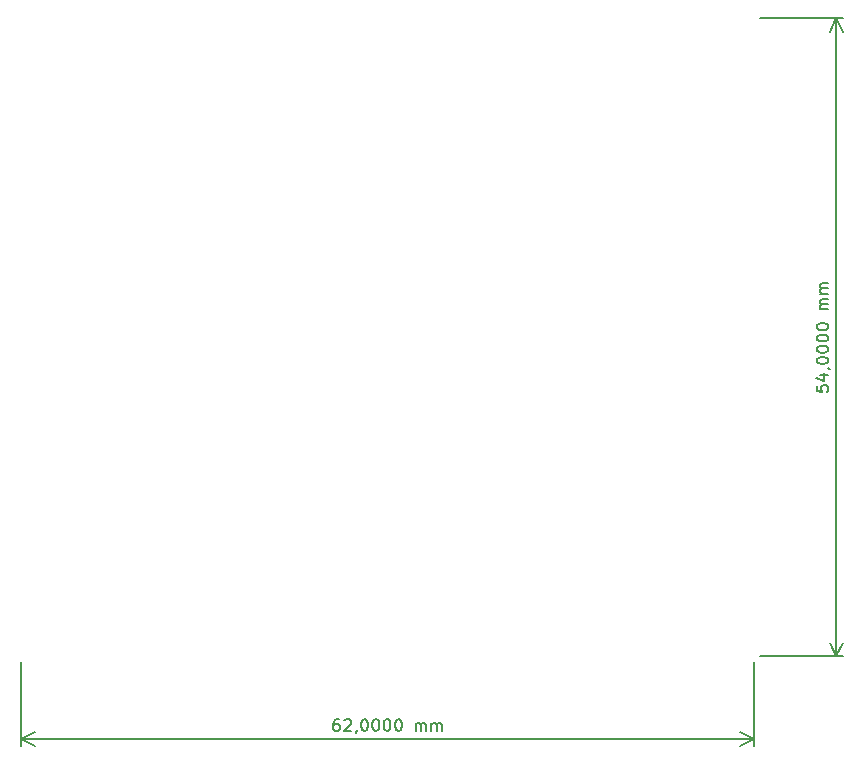
<source format=gbr>
%TF.GenerationSoftware,KiCad,Pcbnew,7.0.2*%
%TF.CreationDate,2023-08-19T23:37:56-03:00*%
%TF.ProjectId,Placa v1.1,506c6163-6120-4763-912e-312e6b696361,rev?*%
%TF.SameCoordinates,Original*%
%TF.FileFunction,OtherDrawing,Comment*%
%FSLAX46Y46*%
G04 Gerber Fmt 4.6, Leading zero omitted, Abs format (unit mm)*
G04 Created by KiCad (PCBNEW 7.0.2) date 2023-08-19 23:37:56*
%MOMM*%
%LPD*%
G01*
G04 APERTURE LIST*
%ADD10C,0.150000*%
G04 APERTURE END LIST*
D10*
X197312619Y-70095237D02*
X197312619Y-70571427D01*
X197312619Y-70571427D02*
X197788809Y-70619046D01*
X197788809Y-70619046D02*
X197741190Y-70571427D01*
X197741190Y-70571427D02*
X197693571Y-70476189D01*
X197693571Y-70476189D02*
X197693571Y-70238094D01*
X197693571Y-70238094D02*
X197741190Y-70142856D01*
X197741190Y-70142856D02*
X197788809Y-70095237D01*
X197788809Y-70095237D02*
X197884047Y-70047618D01*
X197884047Y-70047618D02*
X198122142Y-70047618D01*
X198122142Y-70047618D02*
X198217380Y-70095237D01*
X198217380Y-70095237D02*
X198265000Y-70142856D01*
X198265000Y-70142856D02*
X198312619Y-70238094D01*
X198312619Y-70238094D02*
X198312619Y-70476189D01*
X198312619Y-70476189D02*
X198265000Y-70571427D01*
X198265000Y-70571427D02*
X198217380Y-70619046D01*
X197645952Y-69190475D02*
X198312619Y-69190475D01*
X197265000Y-69428570D02*
X197979285Y-69666665D01*
X197979285Y-69666665D02*
X197979285Y-69047618D01*
X198265000Y-68619046D02*
X198312619Y-68619046D01*
X198312619Y-68619046D02*
X198407857Y-68666665D01*
X198407857Y-68666665D02*
X198455476Y-68714284D01*
X197312619Y-67999999D02*
X197312619Y-67904761D01*
X197312619Y-67904761D02*
X197360238Y-67809523D01*
X197360238Y-67809523D02*
X197407857Y-67761904D01*
X197407857Y-67761904D02*
X197503095Y-67714285D01*
X197503095Y-67714285D02*
X197693571Y-67666666D01*
X197693571Y-67666666D02*
X197931666Y-67666666D01*
X197931666Y-67666666D02*
X198122142Y-67714285D01*
X198122142Y-67714285D02*
X198217380Y-67761904D01*
X198217380Y-67761904D02*
X198265000Y-67809523D01*
X198265000Y-67809523D02*
X198312619Y-67904761D01*
X198312619Y-67904761D02*
X198312619Y-67999999D01*
X198312619Y-67999999D02*
X198265000Y-68095237D01*
X198265000Y-68095237D02*
X198217380Y-68142856D01*
X198217380Y-68142856D02*
X198122142Y-68190475D01*
X198122142Y-68190475D02*
X197931666Y-68238094D01*
X197931666Y-68238094D02*
X197693571Y-68238094D01*
X197693571Y-68238094D02*
X197503095Y-68190475D01*
X197503095Y-68190475D02*
X197407857Y-68142856D01*
X197407857Y-68142856D02*
X197360238Y-68095237D01*
X197360238Y-68095237D02*
X197312619Y-67999999D01*
X197312619Y-67047618D02*
X197312619Y-66952380D01*
X197312619Y-66952380D02*
X197360238Y-66857142D01*
X197360238Y-66857142D02*
X197407857Y-66809523D01*
X197407857Y-66809523D02*
X197503095Y-66761904D01*
X197503095Y-66761904D02*
X197693571Y-66714285D01*
X197693571Y-66714285D02*
X197931666Y-66714285D01*
X197931666Y-66714285D02*
X198122142Y-66761904D01*
X198122142Y-66761904D02*
X198217380Y-66809523D01*
X198217380Y-66809523D02*
X198265000Y-66857142D01*
X198265000Y-66857142D02*
X198312619Y-66952380D01*
X198312619Y-66952380D02*
X198312619Y-67047618D01*
X198312619Y-67047618D02*
X198265000Y-67142856D01*
X198265000Y-67142856D02*
X198217380Y-67190475D01*
X198217380Y-67190475D02*
X198122142Y-67238094D01*
X198122142Y-67238094D02*
X197931666Y-67285713D01*
X197931666Y-67285713D02*
X197693571Y-67285713D01*
X197693571Y-67285713D02*
X197503095Y-67238094D01*
X197503095Y-67238094D02*
X197407857Y-67190475D01*
X197407857Y-67190475D02*
X197360238Y-67142856D01*
X197360238Y-67142856D02*
X197312619Y-67047618D01*
X197312619Y-66095237D02*
X197312619Y-65999999D01*
X197312619Y-65999999D02*
X197360238Y-65904761D01*
X197360238Y-65904761D02*
X197407857Y-65857142D01*
X197407857Y-65857142D02*
X197503095Y-65809523D01*
X197503095Y-65809523D02*
X197693571Y-65761904D01*
X197693571Y-65761904D02*
X197931666Y-65761904D01*
X197931666Y-65761904D02*
X198122142Y-65809523D01*
X198122142Y-65809523D02*
X198217380Y-65857142D01*
X198217380Y-65857142D02*
X198265000Y-65904761D01*
X198265000Y-65904761D02*
X198312619Y-65999999D01*
X198312619Y-65999999D02*
X198312619Y-66095237D01*
X198312619Y-66095237D02*
X198265000Y-66190475D01*
X198265000Y-66190475D02*
X198217380Y-66238094D01*
X198217380Y-66238094D02*
X198122142Y-66285713D01*
X198122142Y-66285713D02*
X197931666Y-66333332D01*
X197931666Y-66333332D02*
X197693571Y-66333332D01*
X197693571Y-66333332D02*
X197503095Y-66285713D01*
X197503095Y-66285713D02*
X197407857Y-66238094D01*
X197407857Y-66238094D02*
X197360238Y-66190475D01*
X197360238Y-66190475D02*
X197312619Y-66095237D01*
X197312619Y-65142856D02*
X197312619Y-65047618D01*
X197312619Y-65047618D02*
X197360238Y-64952380D01*
X197360238Y-64952380D02*
X197407857Y-64904761D01*
X197407857Y-64904761D02*
X197503095Y-64857142D01*
X197503095Y-64857142D02*
X197693571Y-64809523D01*
X197693571Y-64809523D02*
X197931666Y-64809523D01*
X197931666Y-64809523D02*
X198122142Y-64857142D01*
X198122142Y-64857142D02*
X198217380Y-64904761D01*
X198217380Y-64904761D02*
X198265000Y-64952380D01*
X198265000Y-64952380D02*
X198312619Y-65047618D01*
X198312619Y-65047618D02*
X198312619Y-65142856D01*
X198312619Y-65142856D02*
X198265000Y-65238094D01*
X198265000Y-65238094D02*
X198217380Y-65285713D01*
X198217380Y-65285713D02*
X198122142Y-65333332D01*
X198122142Y-65333332D02*
X197931666Y-65380951D01*
X197931666Y-65380951D02*
X197693571Y-65380951D01*
X197693571Y-65380951D02*
X197503095Y-65333332D01*
X197503095Y-65333332D02*
X197407857Y-65285713D01*
X197407857Y-65285713D02*
X197360238Y-65238094D01*
X197360238Y-65238094D02*
X197312619Y-65142856D01*
X198312619Y-63619046D02*
X197645952Y-63619046D01*
X197741190Y-63619046D02*
X197693571Y-63571427D01*
X197693571Y-63571427D02*
X197645952Y-63476189D01*
X197645952Y-63476189D02*
X197645952Y-63333332D01*
X197645952Y-63333332D02*
X197693571Y-63238094D01*
X197693571Y-63238094D02*
X197788809Y-63190475D01*
X197788809Y-63190475D02*
X198312619Y-63190475D01*
X197788809Y-63190475D02*
X197693571Y-63142856D01*
X197693571Y-63142856D02*
X197645952Y-63047618D01*
X197645952Y-63047618D02*
X197645952Y-62904761D01*
X197645952Y-62904761D02*
X197693571Y-62809522D01*
X197693571Y-62809522D02*
X197788809Y-62761903D01*
X197788809Y-62761903D02*
X198312619Y-62761903D01*
X198312619Y-62285713D02*
X197645952Y-62285713D01*
X197741190Y-62285713D02*
X197693571Y-62238094D01*
X197693571Y-62238094D02*
X197645952Y-62142856D01*
X197645952Y-62142856D02*
X197645952Y-61999999D01*
X197645952Y-61999999D02*
X197693571Y-61904761D01*
X197693571Y-61904761D02*
X197788809Y-61857142D01*
X197788809Y-61857142D02*
X198312619Y-61857142D01*
X197788809Y-61857142D02*
X197693571Y-61809523D01*
X197693571Y-61809523D02*
X197645952Y-61714285D01*
X197645952Y-61714285D02*
X197645952Y-61571428D01*
X197645952Y-61571428D02*
X197693571Y-61476189D01*
X197693571Y-61476189D02*
X197788809Y-61428570D01*
X197788809Y-61428570D02*
X198312619Y-61428570D01*
X192500000Y-39000000D02*
X199586420Y-39000000D01*
X192500000Y-93000000D02*
X199586420Y-93000000D01*
X199000000Y-39000000D02*
X199000000Y-93000000D01*
X199000000Y-39000000D02*
X199000000Y-93000000D01*
X199000000Y-39000000D02*
X199586421Y-40126504D01*
X199000000Y-39000000D02*
X198413579Y-40126504D01*
X199000000Y-93000000D02*
X198413579Y-91873496D01*
X199000000Y-93000000D02*
X199586421Y-91873496D01*
X156857143Y-98312619D02*
X156666667Y-98312619D01*
X156666667Y-98312619D02*
X156571429Y-98360238D01*
X156571429Y-98360238D02*
X156523810Y-98407857D01*
X156523810Y-98407857D02*
X156428572Y-98550714D01*
X156428572Y-98550714D02*
X156380953Y-98741190D01*
X156380953Y-98741190D02*
X156380953Y-99122142D01*
X156380953Y-99122142D02*
X156428572Y-99217380D01*
X156428572Y-99217380D02*
X156476191Y-99265000D01*
X156476191Y-99265000D02*
X156571429Y-99312619D01*
X156571429Y-99312619D02*
X156761905Y-99312619D01*
X156761905Y-99312619D02*
X156857143Y-99265000D01*
X156857143Y-99265000D02*
X156904762Y-99217380D01*
X156904762Y-99217380D02*
X156952381Y-99122142D01*
X156952381Y-99122142D02*
X156952381Y-98884047D01*
X156952381Y-98884047D02*
X156904762Y-98788809D01*
X156904762Y-98788809D02*
X156857143Y-98741190D01*
X156857143Y-98741190D02*
X156761905Y-98693571D01*
X156761905Y-98693571D02*
X156571429Y-98693571D01*
X156571429Y-98693571D02*
X156476191Y-98741190D01*
X156476191Y-98741190D02*
X156428572Y-98788809D01*
X156428572Y-98788809D02*
X156380953Y-98884047D01*
X157333334Y-98407857D02*
X157380953Y-98360238D01*
X157380953Y-98360238D02*
X157476191Y-98312619D01*
X157476191Y-98312619D02*
X157714286Y-98312619D01*
X157714286Y-98312619D02*
X157809524Y-98360238D01*
X157809524Y-98360238D02*
X157857143Y-98407857D01*
X157857143Y-98407857D02*
X157904762Y-98503095D01*
X157904762Y-98503095D02*
X157904762Y-98598333D01*
X157904762Y-98598333D02*
X157857143Y-98741190D01*
X157857143Y-98741190D02*
X157285715Y-99312619D01*
X157285715Y-99312619D02*
X157904762Y-99312619D01*
X158380953Y-99265000D02*
X158380953Y-99312619D01*
X158380953Y-99312619D02*
X158333334Y-99407857D01*
X158333334Y-99407857D02*
X158285715Y-99455476D01*
X159000000Y-98312619D02*
X159095238Y-98312619D01*
X159095238Y-98312619D02*
X159190476Y-98360238D01*
X159190476Y-98360238D02*
X159238095Y-98407857D01*
X159238095Y-98407857D02*
X159285714Y-98503095D01*
X159285714Y-98503095D02*
X159333333Y-98693571D01*
X159333333Y-98693571D02*
X159333333Y-98931666D01*
X159333333Y-98931666D02*
X159285714Y-99122142D01*
X159285714Y-99122142D02*
X159238095Y-99217380D01*
X159238095Y-99217380D02*
X159190476Y-99265000D01*
X159190476Y-99265000D02*
X159095238Y-99312619D01*
X159095238Y-99312619D02*
X159000000Y-99312619D01*
X159000000Y-99312619D02*
X158904762Y-99265000D01*
X158904762Y-99265000D02*
X158857143Y-99217380D01*
X158857143Y-99217380D02*
X158809524Y-99122142D01*
X158809524Y-99122142D02*
X158761905Y-98931666D01*
X158761905Y-98931666D02*
X158761905Y-98693571D01*
X158761905Y-98693571D02*
X158809524Y-98503095D01*
X158809524Y-98503095D02*
X158857143Y-98407857D01*
X158857143Y-98407857D02*
X158904762Y-98360238D01*
X158904762Y-98360238D02*
X159000000Y-98312619D01*
X159952381Y-98312619D02*
X160047619Y-98312619D01*
X160047619Y-98312619D02*
X160142857Y-98360238D01*
X160142857Y-98360238D02*
X160190476Y-98407857D01*
X160190476Y-98407857D02*
X160238095Y-98503095D01*
X160238095Y-98503095D02*
X160285714Y-98693571D01*
X160285714Y-98693571D02*
X160285714Y-98931666D01*
X160285714Y-98931666D02*
X160238095Y-99122142D01*
X160238095Y-99122142D02*
X160190476Y-99217380D01*
X160190476Y-99217380D02*
X160142857Y-99265000D01*
X160142857Y-99265000D02*
X160047619Y-99312619D01*
X160047619Y-99312619D02*
X159952381Y-99312619D01*
X159952381Y-99312619D02*
X159857143Y-99265000D01*
X159857143Y-99265000D02*
X159809524Y-99217380D01*
X159809524Y-99217380D02*
X159761905Y-99122142D01*
X159761905Y-99122142D02*
X159714286Y-98931666D01*
X159714286Y-98931666D02*
X159714286Y-98693571D01*
X159714286Y-98693571D02*
X159761905Y-98503095D01*
X159761905Y-98503095D02*
X159809524Y-98407857D01*
X159809524Y-98407857D02*
X159857143Y-98360238D01*
X159857143Y-98360238D02*
X159952381Y-98312619D01*
X160904762Y-98312619D02*
X161000000Y-98312619D01*
X161000000Y-98312619D02*
X161095238Y-98360238D01*
X161095238Y-98360238D02*
X161142857Y-98407857D01*
X161142857Y-98407857D02*
X161190476Y-98503095D01*
X161190476Y-98503095D02*
X161238095Y-98693571D01*
X161238095Y-98693571D02*
X161238095Y-98931666D01*
X161238095Y-98931666D02*
X161190476Y-99122142D01*
X161190476Y-99122142D02*
X161142857Y-99217380D01*
X161142857Y-99217380D02*
X161095238Y-99265000D01*
X161095238Y-99265000D02*
X161000000Y-99312619D01*
X161000000Y-99312619D02*
X160904762Y-99312619D01*
X160904762Y-99312619D02*
X160809524Y-99265000D01*
X160809524Y-99265000D02*
X160761905Y-99217380D01*
X160761905Y-99217380D02*
X160714286Y-99122142D01*
X160714286Y-99122142D02*
X160666667Y-98931666D01*
X160666667Y-98931666D02*
X160666667Y-98693571D01*
X160666667Y-98693571D02*
X160714286Y-98503095D01*
X160714286Y-98503095D02*
X160761905Y-98407857D01*
X160761905Y-98407857D02*
X160809524Y-98360238D01*
X160809524Y-98360238D02*
X160904762Y-98312619D01*
X161857143Y-98312619D02*
X161952381Y-98312619D01*
X161952381Y-98312619D02*
X162047619Y-98360238D01*
X162047619Y-98360238D02*
X162095238Y-98407857D01*
X162095238Y-98407857D02*
X162142857Y-98503095D01*
X162142857Y-98503095D02*
X162190476Y-98693571D01*
X162190476Y-98693571D02*
X162190476Y-98931666D01*
X162190476Y-98931666D02*
X162142857Y-99122142D01*
X162142857Y-99122142D02*
X162095238Y-99217380D01*
X162095238Y-99217380D02*
X162047619Y-99265000D01*
X162047619Y-99265000D02*
X161952381Y-99312619D01*
X161952381Y-99312619D02*
X161857143Y-99312619D01*
X161857143Y-99312619D02*
X161761905Y-99265000D01*
X161761905Y-99265000D02*
X161714286Y-99217380D01*
X161714286Y-99217380D02*
X161666667Y-99122142D01*
X161666667Y-99122142D02*
X161619048Y-98931666D01*
X161619048Y-98931666D02*
X161619048Y-98693571D01*
X161619048Y-98693571D02*
X161666667Y-98503095D01*
X161666667Y-98503095D02*
X161714286Y-98407857D01*
X161714286Y-98407857D02*
X161761905Y-98360238D01*
X161761905Y-98360238D02*
X161857143Y-98312619D01*
X163380953Y-99312619D02*
X163380953Y-98645952D01*
X163380953Y-98741190D02*
X163428572Y-98693571D01*
X163428572Y-98693571D02*
X163523810Y-98645952D01*
X163523810Y-98645952D02*
X163666667Y-98645952D01*
X163666667Y-98645952D02*
X163761905Y-98693571D01*
X163761905Y-98693571D02*
X163809524Y-98788809D01*
X163809524Y-98788809D02*
X163809524Y-99312619D01*
X163809524Y-98788809D02*
X163857143Y-98693571D01*
X163857143Y-98693571D02*
X163952381Y-98645952D01*
X163952381Y-98645952D02*
X164095238Y-98645952D01*
X164095238Y-98645952D02*
X164190477Y-98693571D01*
X164190477Y-98693571D02*
X164238096Y-98788809D01*
X164238096Y-98788809D02*
X164238096Y-99312619D01*
X164714286Y-99312619D02*
X164714286Y-98645952D01*
X164714286Y-98741190D02*
X164761905Y-98693571D01*
X164761905Y-98693571D02*
X164857143Y-98645952D01*
X164857143Y-98645952D02*
X165000000Y-98645952D01*
X165000000Y-98645952D02*
X165095238Y-98693571D01*
X165095238Y-98693571D02*
X165142857Y-98788809D01*
X165142857Y-98788809D02*
X165142857Y-99312619D01*
X165142857Y-98788809D02*
X165190476Y-98693571D01*
X165190476Y-98693571D02*
X165285714Y-98645952D01*
X165285714Y-98645952D02*
X165428571Y-98645952D01*
X165428571Y-98645952D02*
X165523810Y-98693571D01*
X165523810Y-98693571D02*
X165571429Y-98788809D01*
X165571429Y-98788809D02*
X165571429Y-99312619D01*
X130000000Y-93500000D02*
X130000000Y-100586420D01*
X192000000Y-93500000D02*
X192000000Y-100586420D01*
X130000000Y-100000000D02*
X192000000Y-100000000D01*
X130000000Y-100000000D02*
X192000000Y-100000000D01*
X130000000Y-100000000D02*
X131126504Y-99413579D01*
X130000000Y-100000000D02*
X131126504Y-100586421D01*
X192000000Y-100000000D02*
X190873496Y-100586421D01*
X192000000Y-100000000D02*
X190873496Y-99413579D01*
M02*

</source>
